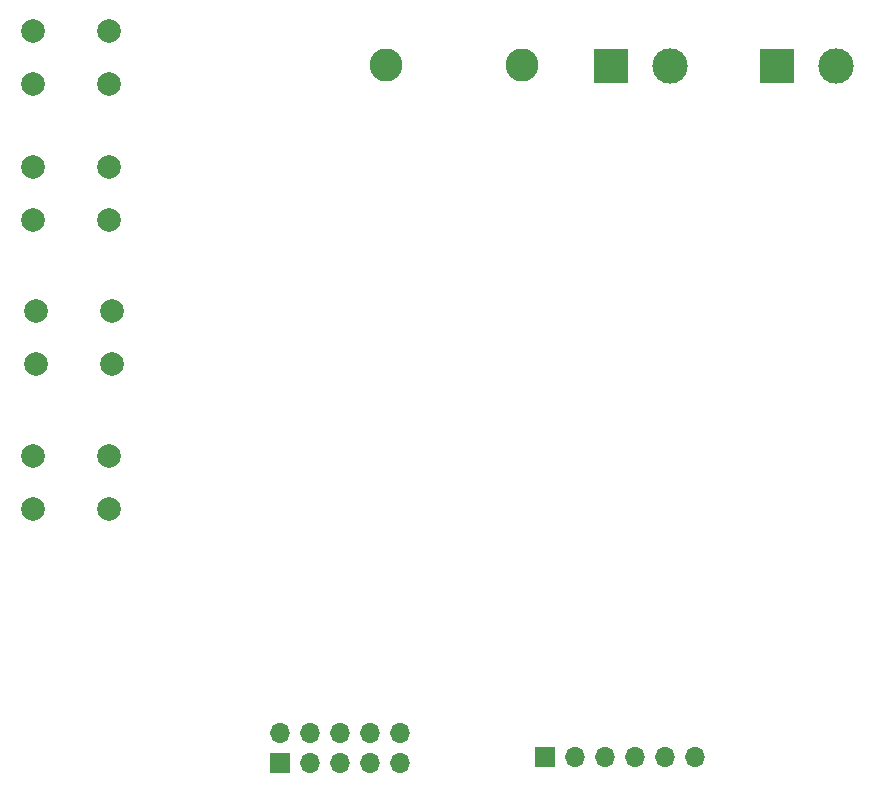
<source format=gbr>
%TF.GenerationSoftware,KiCad,Pcbnew,8.0.5*%
%TF.CreationDate,2024-11-07T20:07:23-06:00*%
%TF.ProjectId,LEDDashboard,4c454444-6173-4686-926f-6172642e6b69,rev?*%
%TF.SameCoordinates,Original*%
%TF.FileFunction,Soldermask,Bot*%
%TF.FilePolarity,Negative*%
%FSLAX46Y46*%
G04 Gerber Fmt 4.6, Leading zero omitted, Abs format (unit mm)*
G04 Created by KiCad (PCBNEW 8.0.5) date 2024-11-07 20:07:23*
%MOMM*%
%LPD*%
G01*
G04 APERTURE LIST*
%ADD10C,2.800000*%
%ADD11C,2.000000*%
%ADD12C,3.000000*%
%ADD13R,3.000000X3.000000*%
%ADD14R,1.700000X1.700000*%
%ADD15O,1.700000X1.700000*%
G04 APERTURE END LIST*
D10*
%TO.C,TP2*%
X58432500Y-27932500D03*
%TD*%
%TO.C,TP1*%
X69932500Y-27932500D03*
%TD*%
D11*
%TO.C,SW4*%
X28500000Y-61000000D03*
X35000000Y-61000000D03*
X28500000Y-65500000D03*
X35000000Y-65500000D03*
%TD*%
%TO.C,SW3*%
X28750000Y-48750000D03*
X35250000Y-48750000D03*
X28750000Y-53250000D03*
X35250000Y-53250000D03*
%TD*%
%TO.C,SW2*%
X28500000Y-36500000D03*
X35000000Y-36500000D03*
X28500000Y-41000000D03*
X35000000Y-41000000D03*
%TD*%
%TO.C,SW1*%
X28500000Y-25000000D03*
X35000000Y-25000000D03*
X28500000Y-29500000D03*
X35000000Y-29500000D03*
%TD*%
D12*
%TO.C,J4*%
X96500000Y-28000000D03*
D13*
X91500000Y-28000000D03*
%TD*%
D12*
%TO.C,J3*%
X82500000Y-28000000D03*
D13*
X77500000Y-28000000D03*
%TD*%
D14*
%TO.C,J2*%
X49460000Y-87000000D03*
D15*
X49460000Y-84460000D03*
X52000000Y-87000000D03*
X52000000Y-84460000D03*
X54540000Y-87000000D03*
X54540000Y-84460000D03*
X57080000Y-87000000D03*
X57080000Y-84460000D03*
X59620000Y-87000000D03*
X59620000Y-84460000D03*
%TD*%
D14*
%TO.C,J1*%
X71880000Y-86500000D03*
D15*
X74420000Y-86500000D03*
X76960000Y-86500000D03*
X79500000Y-86500000D03*
X82040000Y-86500000D03*
X84580000Y-86500000D03*
%TD*%
M02*

</source>
